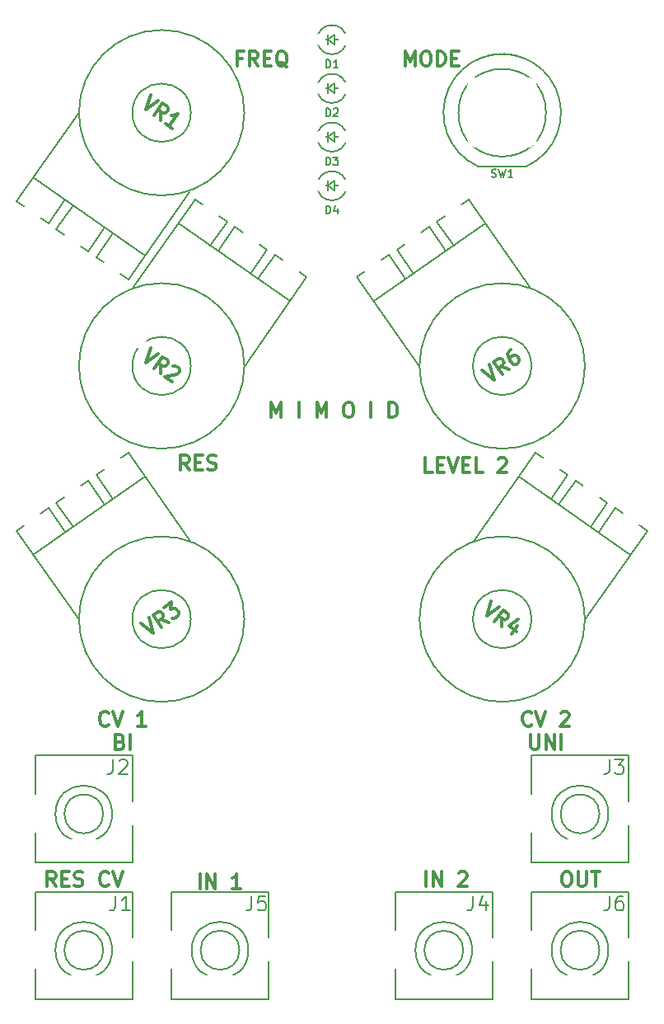
<source format=gto>
G04 #@! TF.FileFunction,Legend,Top*
%FSLAX46Y46*%
G04 Gerber Fmt 4.6, Leading zero omitted, Abs format (unit mm)*
G04 Created by KiCad (PCBNEW 4.0.2-stable) date 2017-01-05 9:44:59 AM*
%MOMM*%
G01*
G04 APERTURE LIST*
%ADD10C,0.100000*%
%ADD11C,0.300000*%
%ADD12C,0.150000*%
%ADD13C,0.304800*%
%ADD14C,0.152400*%
%ADD15C,1.998980*%
%ADD16C,2.250000*%
%ADD17C,2.500000*%
%ADD18R,1.200000X1.200000*%
%ADD19C,1.200000*%
%ADD20O,2.500000X4.000000*%
%ADD21O,2.000000X2.500000*%
%ADD22O,3.500000X1.500000*%
%ADD23R,1.727200X1.727200*%
%ADD24O,1.727200X1.727200*%
%ADD25C,1.524000*%
G04 APERTURE END LIST*
D10*
D11*
X52035714Y-15678571D02*
X52035714Y-14178571D01*
X52535714Y-15250000D01*
X53035714Y-14178571D01*
X53035714Y-15678571D01*
X54035714Y-14178571D02*
X54321428Y-14178571D01*
X54464286Y-14250000D01*
X54607143Y-14392857D01*
X54678571Y-14678571D01*
X54678571Y-15178571D01*
X54607143Y-15464286D01*
X54464286Y-15607143D01*
X54321428Y-15678571D01*
X54035714Y-15678571D01*
X53892857Y-15607143D01*
X53750000Y-15464286D01*
X53678571Y-15178571D01*
X53678571Y-14678571D01*
X53750000Y-14392857D01*
X53892857Y-14250000D01*
X54035714Y-14178571D01*
X55321429Y-15678571D02*
X55321429Y-14178571D01*
X55678572Y-14178571D01*
X55892857Y-14250000D01*
X56035715Y-14392857D01*
X56107143Y-14535714D01*
X56178572Y-14821429D01*
X56178572Y-15035714D01*
X56107143Y-15321429D01*
X56035715Y-15464286D01*
X55892857Y-15607143D01*
X55678572Y-15678571D01*
X55321429Y-15678571D01*
X56821429Y-14892857D02*
X57321429Y-14892857D01*
X57535715Y-15678571D02*
X56821429Y-15678571D01*
X56821429Y-14178571D01*
X57535715Y-14178571D01*
X35250000Y-14892857D02*
X34750000Y-14892857D01*
X34750000Y-15678571D02*
X34750000Y-14178571D01*
X35464286Y-14178571D01*
X36892857Y-15678571D02*
X36392857Y-14964286D01*
X36035714Y-15678571D02*
X36035714Y-14178571D01*
X36607142Y-14178571D01*
X36750000Y-14250000D01*
X36821428Y-14321429D01*
X36892857Y-14464286D01*
X36892857Y-14678571D01*
X36821428Y-14821429D01*
X36750000Y-14892857D01*
X36607142Y-14964286D01*
X36035714Y-14964286D01*
X37535714Y-14892857D02*
X38035714Y-14892857D01*
X38250000Y-15678571D02*
X37535714Y-15678571D01*
X37535714Y-14178571D01*
X38250000Y-14178571D01*
X39892857Y-15821429D02*
X39750000Y-15750000D01*
X39607143Y-15607143D01*
X39392857Y-15392857D01*
X39250000Y-15321429D01*
X39107143Y-15321429D01*
X39178571Y-15678571D02*
X39035714Y-15607143D01*
X38892857Y-15464286D01*
X38821428Y-15178571D01*
X38821428Y-14678571D01*
X38892857Y-14392857D01*
X39035714Y-14250000D01*
X39178571Y-14178571D01*
X39464285Y-14178571D01*
X39607143Y-14250000D01*
X39750000Y-14392857D01*
X39821428Y-14678571D01*
X39821428Y-15178571D01*
X39750000Y-15464286D01*
X39607143Y-15607143D01*
X39464285Y-15678571D01*
X39178571Y-15678571D01*
X29821429Y-57178571D02*
X29321429Y-56464286D01*
X28964286Y-57178571D02*
X28964286Y-55678571D01*
X29535714Y-55678571D01*
X29678572Y-55750000D01*
X29750000Y-55821429D01*
X29821429Y-55964286D01*
X29821429Y-56178571D01*
X29750000Y-56321429D01*
X29678572Y-56392857D01*
X29535714Y-56464286D01*
X28964286Y-56464286D01*
X30464286Y-56392857D02*
X30964286Y-56392857D01*
X31178572Y-57178571D02*
X30464286Y-57178571D01*
X30464286Y-55678571D01*
X31178572Y-55678571D01*
X31750000Y-57107143D02*
X31964286Y-57178571D01*
X32321429Y-57178571D01*
X32464286Y-57107143D01*
X32535715Y-57035714D01*
X32607143Y-56892857D01*
X32607143Y-56750000D01*
X32535715Y-56607143D01*
X32464286Y-56535714D01*
X32321429Y-56464286D01*
X32035715Y-56392857D01*
X31892857Y-56321429D01*
X31821429Y-56250000D01*
X31750000Y-56107143D01*
X31750000Y-55964286D01*
X31821429Y-55821429D01*
X31892857Y-55750000D01*
X32035715Y-55678571D01*
X32392857Y-55678571D01*
X32607143Y-55750000D01*
X54821429Y-57428571D02*
X54107143Y-57428571D01*
X54107143Y-55928571D01*
X55321429Y-56642857D02*
X55821429Y-56642857D01*
X56035715Y-57428571D02*
X55321429Y-57428571D01*
X55321429Y-55928571D01*
X56035715Y-55928571D01*
X56464286Y-55928571D02*
X56964286Y-57428571D01*
X57464286Y-55928571D01*
X57964286Y-56642857D02*
X58464286Y-56642857D01*
X58678572Y-57428571D02*
X57964286Y-57428571D01*
X57964286Y-55928571D01*
X58678572Y-55928571D01*
X60035715Y-57428571D02*
X59321429Y-57428571D01*
X59321429Y-55928571D01*
X61607143Y-56071429D02*
X61678572Y-56000000D01*
X61821429Y-55928571D01*
X62178572Y-55928571D01*
X62321429Y-56000000D01*
X62392858Y-56071429D01*
X62464286Y-56214286D01*
X62464286Y-56357143D01*
X62392858Y-56571429D01*
X61535715Y-57428571D01*
X62464286Y-57428571D01*
X68500000Y-98428571D02*
X68785714Y-98428571D01*
X68928572Y-98500000D01*
X69071429Y-98642857D01*
X69142857Y-98928571D01*
X69142857Y-99428571D01*
X69071429Y-99714286D01*
X68928572Y-99857143D01*
X68785714Y-99928571D01*
X68500000Y-99928571D01*
X68357143Y-99857143D01*
X68214286Y-99714286D01*
X68142857Y-99428571D01*
X68142857Y-98928571D01*
X68214286Y-98642857D01*
X68357143Y-98500000D01*
X68500000Y-98428571D01*
X69785715Y-98428571D02*
X69785715Y-99642857D01*
X69857143Y-99785714D01*
X69928572Y-99857143D01*
X70071429Y-99928571D01*
X70357143Y-99928571D01*
X70500001Y-99857143D01*
X70571429Y-99785714D01*
X70642858Y-99642857D01*
X70642858Y-98428571D01*
X71142858Y-98428571D02*
X72000001Y-98428571D01*
X71571430Y-99928571D02*
X71571430Y-98428571D01*
X54178572Y-99928571D02*
X54178572Y-98428571D01*
X54892858Y-99928571D02*
X54892858Y-98428571D01*
X55750001Y-99928571D01*
X55750001Y-98428571D01*
X57535715Y-98571429D02*
X57607144Y-98500000D01*
X57750001Y-98428571D01*
X58107144Y-98428571D01*
X58250001Y-98500000D01*
X58321430Y-98571429D01*
X58392858Y-98714286D01*
X58392858Y-98857143D01*
X58321430Y-99071429D01*
X57464287Y-99928571D01*
X58392858Y-99928571D01*
X30928572Y-100178571D02*
X30928572Y-98678571D01*
X31642858Y-100178571D02*
X31642858Y-98678571D01*
X32500001Y-100178571D01*
X32500001Y-98678571D01*
X35142858Y-100178571D02*
X34285715Y-100178571D01*
X34714287Y-100178571D02*
X34714287Y-98678571D01*
X34571430Y-98892857D01*
X34428572Y-99035714D01*
X34285715Y-99107143D01*
X16107144Y-99928571D02*
X15607144Y-99214286D01*
X15250001Y-99928571D02*
X15250001Y-98428571D01*
X15821429Y-98428571D01*
X15964287Y-98500000D01*
X16035715Y-98571429D01*
X16107144Y-98714286D01*
X16107144Y-98928571D01*
X16035715Y-99071429D01*
X15964287Y-99142857D01*
X15821429Y-99214286D01*
X15250001Y-99214286D01*
X16750001Y-99142857D02*
X17250001Y-99142857D01*
X17464287Y-99928571D02*
X16750001Y-99928571D01*
X16750001Y-98428571D01*
X17464287Y-98428571D01*
X18035715Y-99857143D02*
X18250001Y-99928571D01*
X18607144Y-99928571D01*
X18750001Y-99857143D01*
X18821430Y-99785714D01*
X18892858Y-99642857D01*
X18892858Y-99500000D01*
X18821430Y-99357143D01*
X18750001Y-99285714D01*
X18607144Y-99214286D01*
X18321430Y-99142857D01*
X18178572Y-99071429D01*
X18107144Y-99000000D01*
X18035715Y-98857143D01*
X18035715Y-98714286D01*
X18107144Y-98571429D01*
X18178572Y-98500000D01*
X18321430Y-98428571D01*
X18678572Y-98428571D01*
X18892858Y-98500000D01*
X21535715Y-99785714D02*
X21464286Y-99857143D01*
X21250000Y-99928571D01*
X21107143Y-99928571D01*
X20892858Y-99857143D01*
X20750000Y-99714286D01*
X20678572Y-99571429D01*
X20607143Y-99285714D01*
X20607143Y-99071429D01*
X20678572Y-98785714D01*
X20750000Y-98642857D01*
X20892858Y-98500000D01*
X21107143Y-98428571D01*
X21250000Y-98428571D01*
X21464286Y-98500000D01*
X21535715Y-98571429D01*
X21964286Y-98428571D02*
X22464286Y-99928571D01*
X22964286Y-98428571D01*
X21535715Y-83335714D02*
X21464286Y-83407143D01*
X21250000Y-83478571D01*
X21107143Y-83478571D01*
X20892858Y-83407143D01*
X20750000Y-83264286D01*
X20678572Y-83121429D01*
X20607143Y-82835714D01*
X20607143Y-82621429D01*
X20678572Y-82335714D01*
X20750000Y-82192857D01*
X20892858Y-82050000D01*
X21107143Y-81978571D01*
X21250000Y-81978571D01*
X21464286Y-82050000D01*
X21535715Y-82121429D01*
X21964286Y-81978571D02*
X22464286Y-83478571D01*
X22964286Y-81978571D01*
X25392857Y-83478571D02*
X24535714Y-83478571D01*
X24964286Y-83478571D02*
X24964286Y-81978571D01*
X24821429Y-82192857D01*
X24678571Y-82335714D01*
X24535714Y-82407143D01*
X22750000Y-85092857D02*
X22964286Y-85164286D01*
X23035714Y-85235714D01*
X23107143Y-85378571D01*
X23107143Y-85592857D01*
X23035714Y-85735714D01*
X22964286Y-85807143D01*
X22821428Y-85878571D01*
X22250000Y-85878571D01*
X22250000Y-84378571D01*
X22750000Y-84378571D01*
X22892857Y-84450000D01*
X22964286Y-84521429D01*
X23035714Y-84664286D01*
X23035714Y-84807143D01*
X22964286Y-84950000D01*
X22892857Y-85021429D01*
X22750000Y-85092857D01*
X22250000Y-85092857D01*
X23750000Y-85878571D02*
X23750000Y-84378571D01*
X65035715Y-83335714D02*
X64964286Y-83407143D01*
X64750000Y-83478571D01*
X64607143Y-83478571D01*
X64392858Y-83407143D01*
X64250000Y-83264286D01*
X64178572Y-83121429D01*
X64107143Y-82835714D01*
X64107143Y-82621429D01*
X64178572Y-82335714D01*
X64250000Y-82192857D01*
X64392858Y-82050000D01*
X64607143Y-81978571D01*
X64750000Y-81978571D01*
X64964286Y-82050000D01*
X65035715Y-82121429D01*
X65464286Y-81978571D02*
X65964286Y-83478571D01*
X66464286Y-81978571D01*
X68035714Y-82121429D02*
X68107143Y-82050000D01*
X68250000Y-81978571D01*
X68607143Y-81978571D01*
X68750000Y-82050000D01*
X68821429Y-82121429D01*
X68892857Y-82264286D01*
X68892857Y-82407143D01*
X68821429Y-82621429D01*
X67964286Y-83478571D01*
X68892857Y-83478571D01*
X64928571Y-84378571D02*
X64928571Y-85592857D01*
X64999999Y-85735714D01*
X65071428Y-85807143D01*
X65214285Y-85878571D01*
X65499999Y-85878571D01*
X65642857Y-85807143D01*
X65714285Y-85735714D01*
X65785714Y-85592857D01*
X65785714Y-84378571D01*
X66500000Y-85878571D02*
X66500000Y-84378571D01*
X67357143Y-85878571D01*
X67357143Y-84378571D01*
X68071429Y-85878571D02*
X68071429Y-84378571D01*
X38235714Y-51778571D02*
X38235714Y-50278571D01*
X38735714Y-51350000D01*
X39235714Y-50278571D01*
X39235714Y-51778571D01*
X41092857Y-51778571D02*
X41092857Y-50278571D01*
X42950000Y-51778571D02*
X42950000Y-50278571D01*
X43450000Y-51350000D01*
X43950000Y-50278571D01*
X43950000Y-51778571D01*
X46092857Y-50278571D02*
X46378571Y-50278571D01*
X46521429Y-50350000D01*
X46664286Y-50492857D01*
X46735714Y-50778571D01*
X46735714Y-51278571D01*
X46664286Y-51564286D01*
X46521429Y-51707143D01*
X46378571Y-51778571D01*
X46092857Y-51778571D01*
X45950000Y-51707143D01*
X45807143Y-51564286D01*
X45735714Y-51278571D01*
X45735714Y-50778571D01*
X45807143Y-50492857D01*
X45950000Y-50350000D01*
X46092857Y-50278571D01*
X48521429Y-51778571D02*
X48521429Y-50278571D01*
X50378572Y-51778571D02*
X50378572Y-50278571D01*
X50735715Y-50278571D01*
X50950000Y-50350000D01*
X51092858Y-50492857D01*
X51164286Y-50635714D01*
X51235715Y-50921429D01*
X51235715Y-51135714D01*
X51164286Y-51421429D01*
X51092858Y-51564286D01*
X50950000Y-51707143D01*
X50735715Y-51778571D01*
X50378572Y-51778571D01*
D12*
X17086050Y-29428247D02*
X15365321Y-31885703D01*
X15365321Y-31885703D02*
X12088713Y-29591398D01*
X21181810Y-32296129D02*
X19461081Y-34753586D01*
X19461081Y-34753586D02*
X16184473Y-32459280D01*
X16184473Y-32459280D02*
X17905202Y-30001824D01*
X23556841Y-37621468D02*
X20280233Y-35327162D01*
X20280233Y-35327162D02*
X22000962Y-32869706D01*
X13809442Y-27133942D02*
X25277571Y-35164012D01*
X23556841Y-37621468D02*
X29866182Y-28610795D01*
X12088713Y-29591398D02*
X18398054Y-20580725D01*
X30000000Y-20500000D02*
G75*
G03X30000000Y-20500000I-3000000J0D01*
G01*
X35500000Y-20500000D02*
G75*
G03X35500000Y-20500000I-8500000J0D01*
G01*
X64500000Y-15000000D02*
G75*
G03X56500000Y-18000000I-2500000J-5500000D01*
G01*
X67500000Y-18000000D02*
G75*
G03X59500000Y-15000000I-5500000J-2500000D01*
G01*
X64500000Y-26000000D02*
G75*
G03X67500000Y-18000000I-2500000J5500000D01*
G01*
X56500000Y-18000000D02*
G75*
G03X59500000Y-26000000I5500000J-2500000D01*
G01*
X64500000Y-26000000D02*
X59500000Y-26000000D01*
X66500000Y-20500000D02*
G75*
G03X66500000Y-20500000I-4500000J0D01*
G01*
X43200000Y-28000000D02*
X43000000Y-28000000D01*
X45700000Y-28000000D02*
X46000000Y-28000000D01*
X44100000Y-28000000D02*
X43200000Y-28000000D01*
X45700000Y-28000000D02*
X44800000Y-28000000D01*
X44100000Y-28500000D02*
X44100000Y-27500000D01*
X44800000Y-28500000D02*
X44800000Y-27500000D01*
X44800000Y-27500000D02*
X44100000Y-28000000D01*
X44100000Y-28000000D02*
X44800000Y-28500000D01*
X46000000Y-28000000D02*
G75*
G03X46000000Y-28000000I-1500000J0D01*
G01*
X43200000Y-23000000D02*
X43000000Y-23000000D01*
X45700000Y-23000000D02*
X46000000Y-23000000D01*
X44100000Y-23000000D02*
X43200000Y-23000000D01*
X45700000Y-23000000D02*
X44800000Y-23000000D01*
X44100000Y-23500000D02*
X44100000Y-22500000D01*
X44800000Y-23500000D02*
X44800000Y-22500000D01*
X44800000Y-22500000D02*
X44100000Y-23000000D01*
X44100000Y-23000000D02*
X44800000Y-23500000D01*
X46000000Y-23000000D02*
G75*
G03X46000000Y-23000000I-1500000J0D01*
G01*
X43200000Y-18000000D02*
X43000000Y-18000000D01*
X45700000Y-18000000D02*
X46000000Y-18000000D01*
X44100000Y-18000000D02*
X43200000Y-18000000D01*
X45700000Y-18000000D02*
X44800000Y-18000000D01*
X44100000Y-18500000D02*
X44100000Y-17500000D01*
X44800000Y-18500000D02*
X44800000Y-17500000D01*
X44800000Y-17500000D02*
X44100000Y-18000000D01*
X44100000Y-18000000D02*
X44800000Y-18500000D01*
X46000000Y-18000000D02*
G75*
G03X46000000Y-18000000I-1500000J0D01*
G01*
X43200000Y-13000000D02*
X43000000Y-13000000D01*
X45700000Y-13000000D02*
X46000000Y-13000000D01*
X44100000Y-13000000D02*
X43200000Y-13000000D01*
X45700000Y-13000000D02*
X44800000Y-13000000D01*
X44100000Y-13500000D02*
X44100000Y-12500000D01*
X44800000Y-13500000D02*
X44800000Y-12500000D01*
X44800000Y-12500000D02*
X44100000Y-13000000D01*
X44100000Y-13000000D02*
X44800000Y-13500000D01*
X46000000Y-13000000D02*
G75*
G03X46000000Y-13000000I-1500000J0D01*
G01*
X36913950Y-37571753D02*
X38634679Y-35114297D01*
X38634679Y-35114297D02*
X41911287Y-37408602D01*
X32818190Y-34703871D02*
X34538919Y-32246414D01*
X34538919Y-32246414D02*
X37815527Y-34540720D01*
X37815527Y-34540720D02*
X36094798Y-36998176D01*
X30443159Y-29378532D02*
X33719767Y-31672838D01*
X33719767Y-31672838D02*
X31999038Y-34130294D01*
X40190558Y-39866058D02*
X28722429Y-31835988D01*
X30443159Y-29378532D02*
X24133818Y-38389205D01*
X41911287Y-37408602D02*
X35601946Y-46419275D01*
X30000000Y-46500000D02*
G75*
G03X30000000Y-46500000I-3000000J0D01*
G01*
X35500000Y-46500000D02*
G75*
G03X35500000Y-46500000I-8500000J0D01*
G01*
X22000962Y-60130294D02*
X20280233Y-57672838D01*
X20280233Y-57672838D02*
X23556841Y-55378532D01*
X17905202Y-62998176D02*
X16184473Y-60540720D01*
X16184473Y-60540720D02*
X19461081Y-58246414D01*
X19461081Y-58246414D02*
X21181810Y-60703871D01*
X12088713Y-63408602D02*
X15365321Y-61114297D01*
X15365321Y-61114297D02*
X17086050Y-63571753D01*
X25277571Y-57835988D02*
X13809442Y-65866058D01*
X12088713Y-63408602D02*
X18398054Y-72419275D01*
X23556841Y-55378532D02*
X29866182Y-64389205D01*
X30000000Y-72500000D02*
G75*
G03X30000000Y-72500000I-3000000J0D01*
G01*
X35500000Y-72500000D02*
G75*
G03X35500000Y-72500000I-8500000J0D01*
G01*
X71913950Y-63571753D02*
X73634679Y-61114297D01*
X73634679Y-61114297D02*
X76911287Y-63408602D01*
X67818190Y-60703871D02*
X69538919Y-58246414D01*
X69538919Y-58246414D02*
X72815527Y-60540720D01*
X72815527Y-60540720D02*
X71094798Y-62998176D01*
X65443159Y-55378532D02*
X68719767Y-57672838D01*
X68719767Y-57672838D02*
X66999038Y-60130294D01*
X75190558Y-65866058D02*
X63722429Y-57835988D01*
X65443159Y-55378532D02*
X59133818Y-64389205D01*
X76911287Y-63408602D02*
X70601946Y-72419275D01*
X65000000Y-72500000D02*
G75*
G03X65000000Y-72500000I-3000000J0D01*
G01*
X70500000Y-72500000D02*
G75*
G03X70500000Y-72500000I-8500000J0D01*
G01*
X57000962Y-34130294D02*
X55280233Y-31672838D01*
X55280233Y-31672838D02*
X58556841Y-29378532D01*
X52905202Y-36998176D02*
X51184473Y-34540720D01*
X51184473Y-34540720D02*
X54461081Y-32246414D01*
X54461081Y-32246414D02*
X56181810Y-34703871D01*
X47088713Y-37408602D02*
X50365321Y-35114297D01*
X50365321Y-35114297D02*
X52086050Y-37571753D01*
X60277571Y-31835988D02*
X48809442Y-39866058D01*
X47088713Y-37408602D02*
X53398054Y-46419275D01*
X58556841Y-29378532D02*
X64866182Y-38389205D01*
X65000000Y-46500000D02*
G75*
G03X65000000Y-46500000I-3000000J0D01*
G01*
X70500000Y-46500000D02*
G75*
G03X70500000Y-46500000I-8500000J0D01*
G01*
X21915476Y-106500000D02*
G75*
G03X21915476Y-106500000I-2915476J0D01*
G01*
X24000000Y-111500000D02*
X14000000Y-111500000D01*
X14000000Y-111500000D02*
X14000000Y-100500000D01*
X14000000Y-100500000D02*
X24000000Y-100500000D01*
X24000000Y-100500000D02*
X24000000Y-111500000D01*
X21000000Y-106500000D02*
G75*
G03X21000000Y-106500000I-2000000J0D01*
G01*
X21915476Y-92500000D02*
G75*
G03X21915476Y-92500000I-2915476J0D01*
G01*
X24000000Y-97500000D02*
X14000000Y-97500000D01*
X14000000Y-97500000D02*
X14000000Y-86500000D01*
X14000000Y-86500000D02*
X24000000Y-86500000D01*
X24000000Y-86500000D02*
X24000000Y-97500000D01*
X21000000Y-92500000D02*
G75*
G03X21000000Y-92500000I-2000000J0D01*
G01*
X72915476Y-92500000D02*
G75*
G03X72915476Y-92500000I-2915476J0D01*
G01*
X75000000Y-97500000D02*
X65000000Y-97500000D01*
X65000000Y-97500000D02*
X65000000Y-86500000D01*
X65000000Y-86500000D02*
X75000000Y-86500000D01*
X75000000Y-86500000D02*
X75000000Y-97500000D01*
X72000000Y-92500000D02*
G75*
G03X72000000Y-92500000I-2000000J0D01*
G01*
X58915476Y-106500000D02*
G75*
G03X58915476Y-106500000I-2915476J0D01*
G01*
X61000000Y-111500000D02*
X51000000Y-111500000D01*
X51000000Y-111500000D02*
X51000000Y-100500000D01*
X51000000Y-100500000D02*
X61000000Y-100500000D01*
X61000000Y-100500000D02*
X61000000Y-111500000D01*
X58000000Y-106500000D02*
G75*
G03X58000000Y-106500000I-2000000J0D01*
G01*
X35915476Y-106500000D02*
G75*
G03X35915476Y-106500000I-2915476J0D01*
G01*
X38000000Y-111500000D02*
X28000000Y-111500000D01*
X28000000Y-111500000D02*
X28000000Y-100500000D01*
X28000000Y-100500000D02*
X38000000Y-100500000D01*
X38000000Y-100500000D02*
X38000000Y-111500000D01*
X35000000Y-106500000D02*
G75*
G03X35000000Y-106500000I-2000000J0D01*
G01*
X72915476Y-106500000D02*
G75*
G03X72915476Y-106500000I-2915476J0D01*
G01*
X75000000Y-111500000D02*
X65000000Y-111500000D01*
X65000000Y-111500000D02*
X65000000Y-100500000D01*
X65000000Y-100500000D02*
X75000000Y-100500000D01*
X75000000Y-100500000D02*
X75000000Y-111500000D01*
X72000000Y-106500000D02*
G75*
G03X72000000Y-106500000I-2000000J0D01*
G01*
D13*
X25843897Y-18671665D02*
X25385896Y-20211429D01*
X26676156Y-19254419D01*
X26931519Y-21293686D02*
X26931642Y-20407838D01*
X26218154Y-20794183D02*
X27092285Y-19545795D01*
X27567862Y-19878798D01*
X27645130Y-20021495D01*
X27662952Y-20122567D01*
X27639148Y-20283086D01*
X27514272Y-20461428D01*
X27371576Y-20538696D01*
X27270502Y-20556518D01*
X27109984Y-20532715D01*
X26634407Y-20199712D01*
X28120460Y-22126192D02*
X27407095Y-21626689D01*
X27763777Y-21876440D02*
X28637908Y-20628052D01*
X28394138Y-20723142D01*
X28191994Y-20758787D01*
X28031475Y-20734983D01*
D14*
X60916267Y-27078990D02*
X61032381Y-27117695D01*
X61225905Y-27117695D01*
X61303315Y-27078990D01*
X61342019Y-27040286D01*
X61380724Y-26962876D01*
X61380724Y-26885467D01*
X61342019Y-26808057D01*
X61303315Y-26769352D01*
X61225905Y-26730648D01*
X61071086Y-26691943D01*
X60993677Y-26653238D01*
X60954972Y-26614533D01*
X60916267Y-26537124D01*
X60916267Y-26459714D01*
X60954972Y-26382305D01*
X60993677Y-26343600D01*
X61071086Y-26304895D01*
X61264610Y-26304895D01*
X61380724Y-26343600D01*
X61651657Y-26304895D02*
X61845181Y-27117695D01*
X62000000Y-26537124D01*
X62154819Y-27117695D01*
X62348343Y-26304895D01*
X63083733Y-27117695D02*
X62619276Y-27117695D01*
X62851505Y-27117695D02*
X62851505Y-26304895D01*
X62774095Y-26421010D01*
X62696686Y-26498419D01*
X62619276Y-26537124D01*
D12*
X43900077Y-30867695D02*
X43900077Y-30054895D01*
X44093601Y-30054895D01*
X44209715Y-30093600D01*
X44287124Y-30171010D01*
X44325829Y-30248419D01*
X44364534Y-30403238D01*
X44364534Y-30519352D01*
X44325829Y-30674171D01*
X44287124Y-30751581D01*
X44209715Y-30828990D01*
X44093601Y-30867695D01*
X43900077Y-30867695D01*
X45061220Y-30325829D02*
X45061220Y-30867695D01*
X44867696Y-30016190D02*
X44674172Y-30596762D01*
X45177334Y-30596762D01*
X43900077Y-25867695D02*
X43900077Y-25054895D01*
X44093601Y-25054895D01*
X44209715Y-25093600D01*
X44287124Y-25171010D01*
X44325829Y-25248419D01*
X44364534Y-25403238D01*
X44364534Y-25519352D01*
X44325829Y-25674171D01*
X44287124Y-25751581D01*
X44209715Y-25828990D01*
X44093601Y-25867695D01*
X43900077Y-25867695D01*
X44635467Y-25054895D02*
X45138629Y-25054895D01*
X44867696Y-25364533D01*
X44983810Y-25364533D01*
X45061220Y-25403238D01*
X45099924Y-25441943D01*
X45138629Y-25519352D01*
X45138629Y-25712876D01*
X45099924Y-25790286D01*
X45061220Y-25828990D01*
X44983810Y-25867695D01*
X44751582Y-25867695D01*
X44674172Y-25828990D01*
X44635467Y-25790286D01*
X43900077Y-20867695D02*
X43900077Y-20054895D01*
X44093601Y-20054895D01*
X44209715Y-20093600D01*
X44287124Y-20171010D01*
X44325829Y-20248419D01*
X44364534Y-20403238D01*
X44364534Y-20519352D01*
X44325829Y-20674171D01*
X44287124Y-20751581D01*
X44209715Y-20828990D01*
X44093601Y-20867695D01*
X43900077Y-20867695D01*
X44674172Y-20132305D02*
X44712877Y-20093600D01*
X44790286Y-20054895D01*
X44983810Y-20054895D01*
X45061220Y-20093600D01*
X45099924Y-20132305D01*
X45138629Y-20209714D01*
X45138629Y-20287124D01*
X45099924Y-20403238D01*
X44635467Y-20867695D01*
X45138629Y-20867695D01*
X43900077Y-15867695D02*
X43900077Y-15054895D01*
X44093601Y-15054895D01*
X44209715Y-15093600D01*
X44287124Y-15171010D01*
X44325829Y-15248419D01*
X44364534Y-15403238D01*
X44364534Y-15519352D01*
X44325829Y-15674171D01*
X44287124Y-15751581D01*
X44209715Y-15828990D01*
X44093601Y-15867695D01*
X43900077Y-15867695D01*
X45138629Y-15867695D02*
X44674172Y-15867695D01*
X44906401Y-15867695D02*
X44906401Y-15054895D01*
X44828991Y-15171010D01*
X44751582Y-15248419D01*
X44674172Y-15287124D01*
D13*
X25843897Y-44671665D02*
X25385896Y-46211429D01*
X26676156Y-45254419D01*
X26931519Y-47293686D02*
X26931642Y-46407838D01*
X26218154Y-46794183D02*
X27092285Y-45545795D01*
X27567862Y-45878798D01*
X27645130Y-46021495D01*
X27662952Y-46122567D01*
X27639148Y-46283086D01*
X27514272Y-46461428D01*
X27371576Y-46538696D01*
X27270502Y-46556518D01*
X27109984Y-46532715D01*
X26634407Y-46199712D01*
X28197976Y-46497194D02*
X28299047Y-46479373D01*
X28459567Y-46503177D01*
X28756802Y-46711303D01*
X28834071Y-46854000D01*
X28851893Y-46955072D01*
X28828089Y-47115592D01*
X28744839Y-47234486D01*
X28560516Y-47371201D01*
X27347648Y-47585063D01*
X28120460Y-48126192D01*
X24886517Y-72961054D02*
X26176776Y-73918065D01*
X25718775Y-72378300D01*
X27722399Y-72835808D02*
X26890017Y-72532714D01*
X27009035Y-73335311D02*
X26134904Y-72086923D01*
X26610481Y-71753921D01*
X26770999Y-71730118D01*
X26872072Y-71747939D01*
X27014769Y-71825208D01*
X27139645Y-72003550D01*
X27163449Y-72164068D01*
X27145627Y-72265141D01*
X27068358Y-72407838D01*
X26592782Y-72740840D01*
X27264398Y-71296044D02*
X28037210Y-70754915D01*
X27954082Y-71521868D01*
X28132423Y-71396992D01*
X28292942Y-71373188D01*
X28394015Y-71391011D01*
X28536713Y-71468279D01*
X28744839Y-71765514D01*
X28768642Y-71926034D01*
X28750820Y-72027106D01*
X28673552Y-72169804D01*
X28316870Y-72419555D01*
X28156350Y-72443358D01*
X28055278Y-72425537D01*
X60843897Y-70671665D02*
X60385896Y-72211429D01*
X61676156Y-71254419D01*
X61931519Y-73293686D02*
X61931642Y-72407838D01*
X61218154Y-72794183D02*
X62092285Y-71545795D01*
X62567862Y-71878798D01*
X62645130Y-72021495D01*
X62662952Y-72122567D01*
X62639148Y-72283086D01*
X62514272Y-72461428D01*
X62371576Y-72538696D01*
X62270502Y-72556518D01*
X62109984Y-72532715D01*
X61634407Y-72199712D01*
X63584319Y-73210683D02*
X63001565Y-74042941D01*
X63620086Y-72526980D02*
X62698472Y-73210559D01*
X63471283Y-73751687D01*
X59886517Y-46961054D02*
X61176776Y-47918065D01*
X60718775Y-46378300D01*
X62722399Y-46835808D02*
X61890017Y-46532714D01*
X62009035Y-47335311D02*
X61134904Y-46086923D01*
X61610481Y-45753921D01*
X61770999Y-45730118D01*
X61872072Y-45747939D01*
X62014769Y-45825208D01*
X62139645Y-46003550D01*
X62163449Y-46164068D01*
X62145627Y-46265141D01*
X62068358Y-46407838D01*
X61592782Y-46740840D01*
X62918315Y-44838166D02*
X62680527Y-45004667D01*
X62603258Y-45147364D01*
X62585436Y-45248436D01*
X62591418Y-45510028D01*
X62698472Y-45789441D01*
X63031475Y-46265017D01*
X63174172Y-46342287D01*
X63275244Y-46360108D01*
X63435763Y-46336305D01*
X63673552Y-46169804D01*
X63750820Y-46027106D01*
X63768642Y-45926034D01*
X63744839Y-45765514D01*
X63536713Y-45468279D01*
X63394015Y-45391011D01*
X63292942Y-45373188D01*
X63132423Y-45396992D01*
X62894635Y-45563493D01*
X62817366Y-45706190D01*
X62799544Y-45807263D01*
X62823348Y-45967782D01*
D12*
X22250000Y-100928571D02*
X22250000Y-102000000D01*
X22178572Y-102214286D01*
X22035715Y-102357143D01*
X21821429Y-102428571D01*
X21678572Y-102428571D01*
X23750000Y-102428571D02*
X22892857Y-102428571D01*
X23321429Y-102428571D02*
X23321429Y-100928571D01*
X23178572Y-101142857D01*
X23035714Y-101285714D01*
X22892857Y-101357143D01*
X22000000Y-86928571D02*
X22000000Y-88000000D01*
X21928572Y-88214286D01*
X21785715Y-88357143D01*
X21571429Y-88428571D01*
X21428572Y-88428571D01*
X22642857Y-87071429D02*
X22714286Y-87000000D01*
X22857143Y-86928571D01*
X23214286Y-86928571D01*
X23357143Y-87000000D01*
X23428572Y-87071429D01*
X23500000Y-87214286D01*
X23500000Y-87357143D01*
X23428572Y-87571429D01*
X22571429Y-88428571D01*
X23500000Y-88428571D01*
X73000000Y-86928571D02*
X73000000Y-88000000D01*
X72928572Y-88214286D01*
X72785715Y-88357143D01*
X72571429Y-88428571D01*
X72428572Y-88428571D01*
X73571429Y-86928571D02*
X74500000Y-86928571D01*
X74000000Y-87500000D01*
X74214286Y-87500000D01*
X74357143Y-87571429D01*
X74428572Y-87642857D01*
X74500000Y-87785714D01*
X74500000Y-88142857D01*
X74428572Y-88285714D01*
X74357143Y-88357143D01*
X74214286Y-88428571D01*
X73785714Y-88428571D01*
X73642857Y-88357143D01*
X73571429Y-88285714D01*
X59000000Y-100928571D02*
X59000000Y-102000000D01*
X58928572Y-102214286D01*
X58785715Y-102357143D01*
X58571429Y-102428571D01*
X58428572Y-102428571D01*
X60357143Y-101428571D02*
X60357143Y-102428571D01*
X60000000Y-100857143D02*
X59642857Y-101928571D01*
X60571429Y-101928571D01*
X36250000Y-100928571D02*
X36250000Y-102000000D01*
X36178572Y-102214286D01*
X36035715Y-102357143D01*
X35821429Y-102428571D01*
X35678572Y-102428571D01*
X37678572Y-100928571D02*
X36964286Y-100928571D01*
X36892857Y-101642857D01*
X36964286Y-101571429D01*
X37107143Y-101500000D01*
X37464286Y-101500000D01*
X37607143Y-101571429D01*
X37678572Y-101642857D01*
X37750000Y-101785714D01*
X37750000Y-102142857D01*
X37678572Y-102285714D01*
X37607143Y-102357143D01*
X37464286Y-102428571D01*
X37107143Y-102428571D01*
X36964286Y-102357143D01*
X36892857Y-102285714D01*
X73000000Y-100928571D02*
X73000000Y-102000000D01*
X72928572Y-102214286D01*
X72785715Y-102357143D01*
X72571429Y-102428571D01*
X72428572Y-102428571D01*
X74357143Y-100928571D02*
X74071429Y-100928571D01*
X73928572Y-101000000D01*
X73857143Y-101071429D01*
X73714286Y-101285714D01*
X73642857Y-101571429D01*
X73642857Y-102142857D01*
X73714286Y-102285714D01*
X73785714Y-102357143D01*
X73928572Y-102428571D01*
X74214286Y-102428571D01*
X74357143Y-102357143D01*
X74428572Y-102285714D01*
X74500000Y-102142857D01*
X74500000Y-101785714D01*
X74428572Y-101642857D01*
X74357143Y-101571429D01*
X74214286Y-101500000D01*
X73928572Y-101500000D01*
X73785714Y-101571429D01*
X73714286Y-101642857D01*
X73642857Y-101785714D01*
%LPC*%
D15*
X17822777Y-33606433D03*
X21918537Y-36474315D03*
X13727017Y-30738551D03*
D16*
X59500000Y-18000000D03*
X64500000Y-18000000D03*
X64500000Y-23000000D03*
X59500000Y-23000000D03*
D17*
X24250000Y-43500000D03*
X31500000Y-16250000D03*
D18*
X45770000Y-28000000D03*
D19*
X43230000Y-28000000D03*
D18*
X45770000Y-23000000D03*
D19*
X43230000Y-23000000D03*
D18*
X45770000Y-18000000D03*
D19*
X43230000Y-18000000D03*
D18*
X45770000Y-13000000D03*
D19*
X43230000Y-13000000D03*
D15*
X36177223Y-33393567D03*
X32081463Y-30525685D03*
X40272983Y-36261449D03*
X17822777Y-59393567D03*
X13727017Y-62261449D03*
X21918537Y-56525685D03*
X71177223Y-59393567D03*
X67081463Y-56525685D03*
X75272983Y-62261449D03*
X52822777Y-33393567D03*
X48727017Y-36261449D03*
X56918537Y-30525685D03*
D20*
X14300000Y-106500000D03*
D21*
X23700000Y-106500000D03*
D22*
X19000000Y-101600000D03*
X19000000Y-109800000D03*
D20*
X14300000Y-92500000D03*
D21*
X23700000Y-92500000D03*
D22*
X19000000Y-87600000D03*
X19000000Y-95800000D03*
D20*
X65300000Y-92500000D03*
D21*
X74700000Y-92500000D03*
D22*
X70000000Y-87600000D03*
X70000000Y-95800000D03*
D20*
X51300000Y-106500000D03*
D21*
X60700000Y-106500000D03*
D22*
X56000000Y-101600000D03*
X56000000Y-109800000D03*
D20*
X28300000Y-106500000D03*
D21*
X37700000Y-106500000D03*
D22*
X33000000Y-101600000D03*
X33000000Y-109800000D03*
D20*
X65300000Y-106500000D03*
D21*
X74700000Y-106500000D03*
D22*
X70000000Y-101600000D03*
X70000000Y-109800000D03*
D23*
X71250000Y-36500000D03*
D24*
X73790000Y-36500000D03*
X71250000Y-33960000D03*
X73790000Y-33960000D03*
X71250000Y-31420000D03*
X73790000Y-31420000D03*
X71250000Y-28880000D03*
X73790000Y-28880000D03*
X71250000Y-26340000D03*
X73790000Y-26340000D03*
D25*
X51000000Y-61500000D03*
X56000000Y-61500000D03*
X38000000Y-61500000D03*
X33000000Y-61500000D03*
X38000000Y-91500000D03*
X33000000Y-91500000D03*
X51000000Y-91500000D03*
X56000000Y-91500000D03*
M02*

</source>
